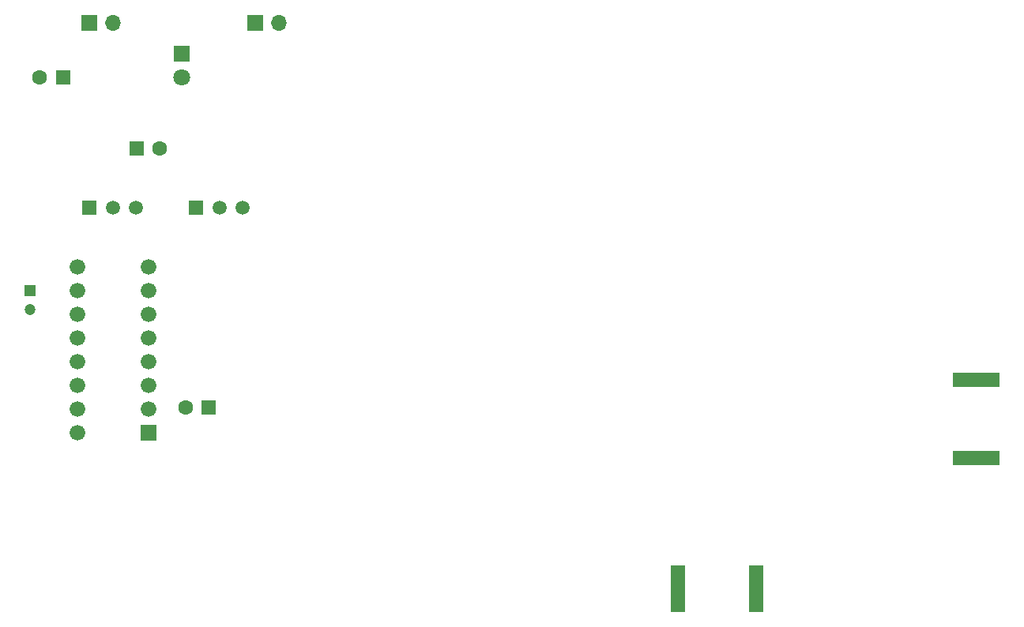
<source format=gbr>
%TF.GenerationSoftware,KiCad,Pcbnew,(5.1.8)-1*%
%TF.CreationDate,2021-03-17T23:27:18-07:00*%
%TF.ProjectId,coffee-vivaldi-tx,636f6666-6565-42d7-9669-76616c64692d,rev?*%
%TF.SameCoordinates,Original*%
%TF.FileFunction,Soldermask,Bot*%
%TF.FilePolarity,Negative*%
%FSLAX46Y46*%
G04 Gerber Fmt 4.6, Leading zero omitted, Abs format (unit mm)*
G04 Created by KiCad (PCBNEW (5.1.8)-1) date 2021-03-17 23:27:18*
%MOMM*%
%LPD*%
G01*
G04 APERTURE LIST*
%ADD10C,1.676400*%
%ADD11R,1.676400X1.676400*%
%ADD12C,1.508000*%
%ADD13R,1.508000X1.508000*%
%ADD14R,1.600000X2.500000*%
%ADD15R,2.500000X1.600000*%
%ADD16O,1.700000X1.700000*%
%ADD17R,1.700000X1.700000*%
%ADD18R,1.800000X1.800000*%
%ADD19C,1.800000*%
%ADD20R,1.600000X1.600000*%
%ADD21C,1.600000*%
%ADD22R,1.200000X1.200000*%
%ADD23C,1.200000*%
G04 APERTURE END LIST*
D10*
%TO.C,G1*%
X113030000Y-108966000D03*
X113030000Y-106426000D03*
X113030000Y-103886000D03*
X113030000Y-101346000D03*
X113030000Y-98806000D03*
X113030000Y-96266000D03*
X113030000Y-93726000D03*
X113030000Y-91186000D03*
X120650000Y-91186000D03*
X120650000Y-93726000D03*
X120650000Y-96266000D03*
X120650000Y-98806000D03*
X120650000Y-101346000D03*
X120650000Y-103886000D03*
X120650000Y-106426000D03*
D11*
X120650000Y-108966000D03*
%TD*%
D12*
%TO.C,RV2*%
X119340000Y-84836000D03*
X116840000Y-84836000D03*
D13*
X114340000Y-84836000D03*
%TD*%
%TO.C,RV3*%
X125770000Y-84836000D03*
D12*
X128270000Y-84836000D03*
X130770000Y-84836000D03*
%TD*%
D14*
%TO.C,U3*%
X185783864Y-124443194D03*
X185783864Y-126943194D03*
X177383864Y-124443194D03*
X177383864Y-126943194D03*
%TD*%
D15*
%TO.C,U4*%
X210599118Y-111681376D03*
X208099118Y-111681376D03*
X210599118Y-103281376D03*
X208099118Y-103281376D03*
%TD*%
D16*
%TO.C,BT1*%
X116840000Y-65024000D03*
D17*
X114300000Y-65024000D03*
%TD*%
%TO.C,BT2*%
X132080000Y-65024000D03*
D16*
X134620000Y-65024000D03*
%TD*%
D18*
%TO.C,D1*%
X124206000Y-68326000D03*
D19*
X124206000Y-70866000D03*
%TD*%
D20*
%TO.C,C5*%
X119380000Y-78486000D03*
D21*
X121880000Y-78486000D03*
%TD*%
%TO.C,C7*%
X124627000Y-106299000D03*
D20*
X127127000Y-106299000D03*
%TD*%
%TO.C,C8*%
X111506000Y-70866000D03*
D21*
X109006000Y-70866000D03*
%TD*%
D22*
%TO.C,C13*%
X107950000Y-93726000D03*
D23*
X107950000Y-95726000D03*
%TD*%
M02*

</source>
